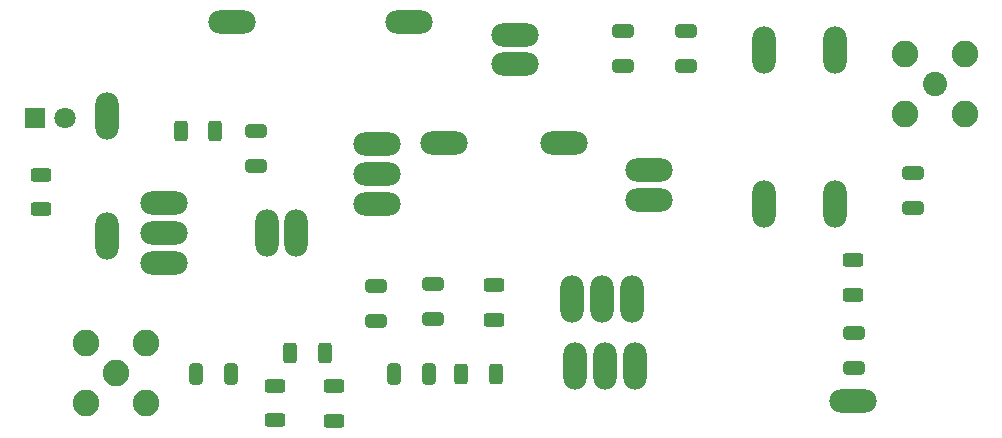
<source format=gbr>
%TF.GenerationSoftware,KiCad,Pcbnew,(6.0.7)*%
%TF.CreationDate,2023-01-18T15:46:22-05:00*%
%TF.ProjectId,Mosfet Test PCB,4d6f7366-6574-4205-9465-737420504342,rev?*%
%TF.SameCoordinates,Original*%
%TF.FileFunction,Soldermask,Top*%
%TF.FilePolarity,Negative*%
%FSLAX46Y46*%
G04 Gerber Fmt 4.6, Leading zero omitted, Abs format (unit mm)*
G04 Created by KiCad (PCBNEW (6.0.7)) date 2023-01-18 15:46:22*
%MOMM*%
%LPD*%
G01*
G04 APERTURE LIST*
G04 Aperture macros list*
%AMRoundRect*
0 Rectangle with rounded corners*
0 $1 Rounding radius*
0 $2 $3 $4 $5 $6 $7 $8 $9 X,Y pos of 4 corners*
0 Add a 4 corners polygon primitive as box body*
4,1,4,$2,$3,$4,$5,$6,$7,$8,$9,$2,$3,0*
0 Add four circle primitives for the rounded corners*
1,1,$1+$1,$2,$3*
1,1,$1+$1,$4,$5*
1,1,$1+$1,$6,$7*
1,1,$1+$1,$8,$9*
0 Add four rect primitives between the rounded corners*
20,1,$1+$1,$2,$3,$4,$5,0*
20,1,$1+$1,$4,$5,$6,$7,0*
20,1,$1+$1,$6,$7,$8,$9,0*
20,1,$1+$1,$8,$9,$2,$3,0*%
G04 Aperture macros list end*
%ADD10O,4.000000X2.000000*%
%ADD11RoundRect,0.250000X-0.650000X0.325000X-0.650000X-0.325000X0.650000X-0.325000X0.650000X0.325000X0*%
%ADD12RoundRect,0.250000X-0.325000X-0.650000X0.325000X-0.650000X0.325000X0.650000X-0.325000X0.650000X0*%
%ADD13RoundRect,0.250000X0.312500X0.625000X-0.312500X0.625000X-0.312500X-0.625000X0.312500X-0.625000X0*%
%ADD14C,2.050000*%
%ADD15C,2.250000*%
%ADD16O,2.000000X4.000000*%
%ADD17RoundRect,0.250000X-0.625000X0.312500X-0.625000X-0.312500X0.625000X-0.312500X0.625000X0.312500X0*%
%ADD18RoundRect,0.250000X-0.312500X-0.625000X0.312500X-0.625000X0.312500X0.625000X-0.312500X0.625000X0*%
%ADD19RoundRect,0.250000X0.650000X-0.325000X0.650000X0.325000X-0.650000X0.325000X-0.650000X-0.325000X0*%
%ADD20R,1.800000X1.800000*%
%ADD21C,1.800000*%
G04 APERTURE END LIST*
D10*
%TO.C,TP1*%
X135001000Y-90360500D03*
%TD*%
D11*
%TO.C,C5*%
X94615000Y-80694000D03*
X94615000Y-83644000D03*
%TD*%
%TO.C,C6*%
X99441000Y-80503500D03*
X99441000Y-83453500D03*
%TD*%
%TO.C,C7*%
X135064500Y-84631000D03*
X135064500Y-87581000D03*
%TD*%
D10*
%TO.C,RV1*%
X94742000Y-73733500D03*
X94742000Y-71193500D03*
X94742000Y-68653500D03*
%TD*%
%TO.C,L1*%
X82416000Y-58293000D03*
X97416000Y-58293000D03*
%TD*%
D12*
%TO.C,C11*%
X79375000Y-88074500D03*
X82325000Y-88074500D03*
%TD*%
%TO.C,C4*%
X96188000Y-88074500D03*
X99138000Y-88074500D03*
%TD*%
D13*
%TO.C,R1*%
X90299000Y-86296500D03*
X87374000Y-86296500D03*
%TD*%
D14*
%TO.C,J3*%
X141986000Y-63563500D03*
D15*
X144526000Y-61023500D03*
X139446000Y-66103500D03*
X144526000Y-66103500D03*
X139446000Y-61023500D03*
%TD*%
D10*
%TO.C,D1*%
X100393500Y-68580000D03*
X110553500Y-68580000D03*
%TD*%
D16*
%TO.C,Q1*%
X111252000Y-81788000D03*
X113792000Y-81788000D03*
X116332000Y-81788000D03*
%TD*%
D11*
%TO.C,C3*%
X115506500Y-59040500D03*
X115506500Y-61990500D03*
%TD*%
D16*
%TO.C,D3*%
X71882000Y-66230500D03*
X71882000Y-76390500D03*
%TD*%
D15*
%TO.C,J1*%
X72644000Y-88011000D03*
X70104000Y-90551000D03*
X75184000Y-85471000D03*
X75184000Y-90551000D03*
X70104000Y-85471000D03*
%TD*%
D10*
%TO.C,J4*%
X76708000Y-78676500D03*
X76708000Y-76136500D03*
X76708000Y-73596500D03*
%TD*%
D17*
%TO.C,R6*%
X66230500Y-71243000D03*
X66230500Y-74168000D03*
%TD*%
%TO.C,R3*%
X104584500Y-80579500D03*
X104584500Y-83504500D03*
%TD*%
D16*
%TO.C,Q2*%
X111442500Y-87439500D03*
X113982500Y-87439500D03*
X116522500Y-87439500D03*
%TD*%
D11*
%TO.C,C1*%
X120840500Y-59040500D03*
X120840500Y-61990500D03*
%TD*%
D13*
%TO.C,R2*%
X104777000Y-88074500D03*
X101852000Y-88074500D03*
%TD*%
D17*
%TO.C,R4*%
X135001000Y-78484000D03*
X135001000Y-81409000D03*
%TD*%
D11*
%TO.C,C8*%
X84455000Y-67549500D03*
X84455000Y-70499500D03*
%TD*%
D18*
%TO.C,R5*%
X78103000Y-67500500D03*
X81028000Y-67500500D03*
%TD*%
D16*
%TO.C,T1*%
X127492500Y-60683000D03*
X127492500Y-73683000D03*
X133492500Y-60683000D03*
X133492500Y-73683000D03*
%TD*%
D17*
%TO.C,R7*%
X86042500Y-89088500D03*
X86042500Y-92013500D03*
%TD*%
%TO.C,R8*%
X91059000Y-89152000D03*
X91059000Y-92077000D03*
%TD*%
D10*
%TO.C,C2*%
X106426000Y-61862849D03*
X106426000Y-59362849D03*
%TD*%
D19*
%TO.C,C9*%
X140081000Y-74055500D03*
X140081000Y-71105500D03*
%TD*%
D10*
%TO.C,J2*%
X117729000Y-70861000D03*
X117729000Y-73401000D03*
%TD*%
D16*
%TO.C,C10*%
X85384000Y-76136500D03*
X87884000Y-76136500D03*
%TD*%
D20*
%TO.C,D2*%
X65722500Y-66421000D03*
D21*
X68262500Y-66421000D03*
%TD*%
M02*

</source>
